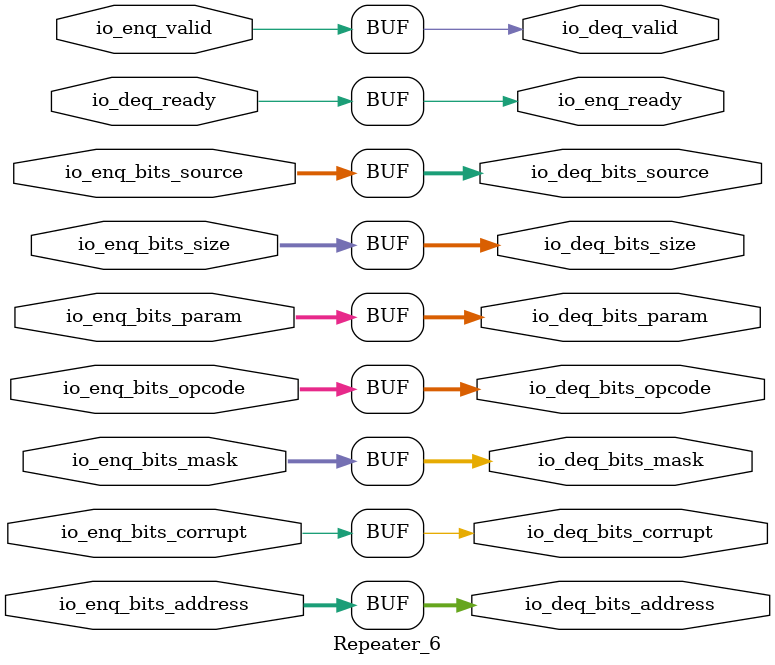
<source format=sv>
`ifndef RANDOMIZE
  `ifdef RANDOMIZE_REG_INIT
    `define RANDOMIZE
  `endif // RANDOMIZE_REG_INIT
`endif // not def RANDOMIZE
`ifndef RANDOMIZE
  `ifdef RANDOMIZE_MEM_INIT
    `define RANDOMIZE
  `endif // RANDOMIZE_MEM_INIT
`endif // not def RANDOMIZE

`ifndef RANDOM
  `define RANDOM $random
`endif // not def RANDOM

// Users can define 'PRINTF_COND' to add an extra gate to prints.
`ifndef PRINTF_COND_
  `ifdef PRINTF_COND
    `define PRINTF_COND_ (`PRINTF_COND)
  `else  // PRINTF_COND
    `define PRINTF_COND_ 1
  `endif // PRINTF_COND
`endif // not def PRINTF_COND_

// Users can define 'ASSERT_VERBOSE_COND' to add an extra gate to assert error printing.
`ifndef ASSERT_VERBOSE_COND_
  `ifdef ASSERT_VERBOSE_COND
    `define ASSERT_VERBOSE_COND_ (`ASSERT_VERBOSE_COND)
  `else  // ASSERT_VERBOSE_COND
    `define ASSERT_VERBOSE_COND_ 1
  `endif // ASSERT_VERBOSE_COND
`endif // not def ASSERT_VERBOSE_COND_

// Users can define 'STOP_COND' to add an extra gate to stop conditions.
`ifndef STOP_COND_
  `ifdef STOP_COND
    `define STOP_COND_ (`STOP_COND)
  `else  // STOP_COND
    `define STOP_COND_ 1
  `endif // STOP_COND
`endif // not def STOP_COND_

// Users can define INIT_RANDOM as general code that gets injected into the
// initializer block for modules with registers.
`ifndef INIT_RANDOM
  `define INIT_RANDOM
`endif // not def INIT_RANDOM

// If using random initialization, you can also define RANDOMIZE_DELAY to
// customize the delay used, otherwise 0.002 is used.
`ifndef RANDOMIZE_DELAY
  `define RANDOMIZE_DELAY 0.002
`endif // not def RANDOMIZE_DELAY

// Define INIT_RANDOM_PROLOG_ for use in our modules below.
`ifndef INIT_RANDOM_PROLOG_
  `ifdef RANDOMIZE
    `ifdef VERILATOR
      `define INIT_RANDOM_PROLOG_ `INIT_RANDOM
    `else  // VERILATOR
      `define INIT_RANDOM_PROLOG_ `INIT_RANDOM #`RANDOMIZE_DELAY begin end
    `endif // VERILATOR
  `else  // RANDOMIZE
    `define INIT_RANDOM_PROLOG_
  `endif // RANDOMIZE
`endif // not def INIT_RANDOM_PROLOG_

module Repeater_6(
  input         io_enq_valid,
  input  [2:0]  io_enq_bits_opcode,
                io_enq_bits_param,
                io_enq_bits_size,
  input  [4:0]  io_enq_bits_source,
  input  [29:0] io_enq_bits_address,
  input  [7:0]  io_enq_bits_mask,
  input         io_enq_bits_corrupt,
                io_deq_ready,
  output        io_enq_ready,
                io_deq_valid,
  output [2:0]  io_deq_bits_opcode,
                io_deq_bits_param,
                io_deq_bits_size,
  output [4:0]  io_deq_bits_source,
  output [29:0] io_deq_bits_address,
  output [7:0]  io_deq_bits_mask,
  output        io_deq_bits_corrupt
);

  assign io_enq_ready = io_deq_ready;
  assign io_deq_valid = io_enq_valid;
  assign io_deq_bits_opcode = io_enq_bits_opcode;
  assign io_deq_bits_param = io_enq_bits_param;
  assign io_deq_bits_size = io_enq_bits_size;
  assign io_deq_bits_source = io_enq_bits_source;
  assign io_deq_bits_address = io_enq_bits_address;
  assign io_deq_bits_mask = io_enq_bits_mask;
  assign io_deq_bits_corrupt = io_enq_bits_corrupt;
endmodule


</source>
